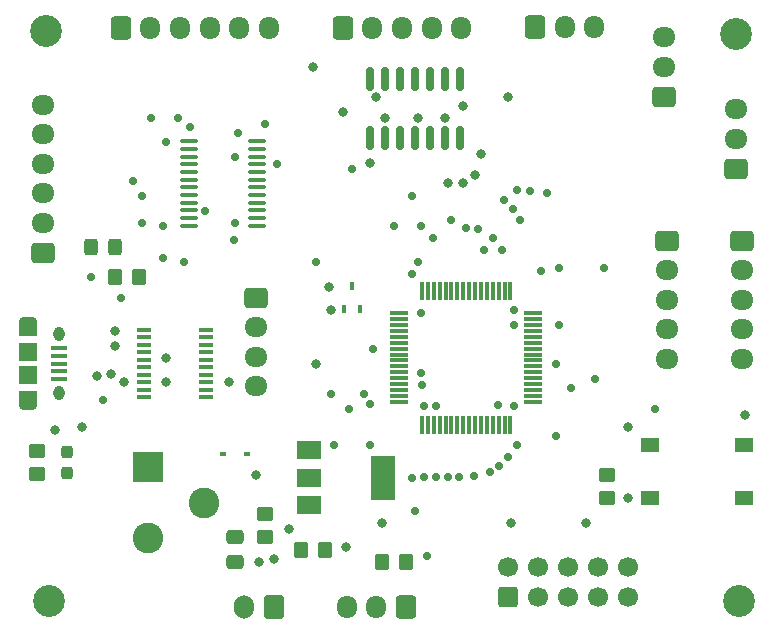
<source format=gts>
%TF.GenerationSoftware,KiCad,Pcbnew,(6.0.1)*%
%TF.CreationDate,2023-10-20T14:42:09-04:00*%
%TF.ProjectId,MainMicro,4d61696e-4d69-4637-926f-2e6b69636164,rev?*%
%TF.SameCoordinates,Original*%
%TF.FileFunction,Soldermask,Top*%
%TF.FilePolarity,Negative*%
%FSLAX46Y46*%
G04 Gerber Fmt 4.6, Leading zero omitted, Abs format (unit mm)*
G04 Created by KiCad (PCBNEW (6.0.1)) date 2023-10-20 14:42:09*
%MOMM*%
%LPD*%
G01*
G04 APERTURE LIST*
G04 Aperture macros list*
%AMRoundRect*
0 Rectangle with rounded corners*
0 $1 Rounding radius*
0 $2 $3 $4 $5 $6 $7 $8 $9 X,Y pos of 4 corners*
0 Add a 4 corners polygon primitive as box body*
4,1,4,$2,$3,$4,$5,$6,$7,$8,$9,$2,$3,0*
0 Add four circle primitives for the rounded corners*
1,1,$1+$1,$2,$3*
1,1,$1+$1,$4,$5*
1,1,$1+$1,$6,$7*
1,1,$1+$1,$8,$9*
0 Add four rect primitives between the rounded corners*
20,1,$1+$1,$2,$3,$4,$5,0*
20,1,$1+$1,$4,$5,$6,$7,0*
20,1,$1+$1,$6,$7,$8,$9,0*
20,1,$1+$1,$8,$9,$2,$3,0*%
G04 Aperture macros list end*
%ADD10RoundRect,0.250000X-0.725000X0.600000X-0.725000X-0.600000X0.725000X-0.600000X0.725000X0.600000X0*%
%ADD11O,1.950000X1.700000*%
%ADD12RoundRect,0.237500X0.237500X-0.287500X0.237500X0.287500X-0.237500X0.287500X-0.237500X-0.287500X0*%
%ADD13RoundRect,0.075000X-0.700000X-0.075000X0.700000X-0.075000X0.700000X0.075000X-0.700000X0.075000X0*%
%ADD14RoundRect,0.075000X-0.075000X-0.700000X0.075000X-0.700000X0.075000X0.700000X-0.075000X0.700000X0*%
%ADD15RoundRect,0.250000X-0.450000X0.350000X-0.450000X-0.350000X0.450000X-0.350000X0.450000X0.350000X0*%
%ADD16RoundRect,0.250000X0.725000X-0.600000X0.725000X0.600000X-0.725000X0.600000X-0.725000X-0.600000X0*%
%ADD17R,1.550000X1.300000*%
%ADD18C,2.700000*%
%ADD19R,0.600000X0.450000*%
%ADD20RoundRect,0.250000X-0.600000X-0.725000X0.600000X-0.725000X0.600000X0.725000X-0.600000X0.725000X0*%
%ADD21O,1.700000X1.950000*%
%ADD22RoundRect,0.250000X0.350000X0.450000X-0.350000X0.450000X-0.350000X-0.450000X0.350000X-0.450000X0*%
%ADD23R,2.000000X1.500000*%
%ADD24R,2.000000X3.800000*%
%ADD25RoundRect,0.250000X-0.475000X0.337500X-0.475000X-0.337500X0.475000X-0.337500X0.475000X0.337500X0*%
%ADD26RoundRect,0.250000X-0.350000X-0.450000X0.350000X-0.450000X0.350000X0.450000X-0.350000X0.450000X0*%
%ADD27RoundRect,0.250000X0.600000X0.750000X-0.600000X0.750000X-0.600000X-0.750000X0.600000X-0.750000X0*%
%ADD28O,1.700000X2.000000*%
%ADD29RoundRect,0.250000X0.600000X-0.600000X0.600000X0.600000X-0.600000X0.600000X-0.600000X-0.600000X0*%
%ADD30C,1.700000*%
%ADD31RoundRect,0.250000X0.450000X-0.350000X0.450000X0.350000X-0.450000X0.350000X-0.450000X-0.350000X0*%
%ADD32R,1.350000X0.400000*%
%ADD33R,1.550000X1.500000*%
%ADD34O,1.550000X0.890000*%
%ADD35R,1.550000X1.200000*%
%ADD36O,0.950000X1.250000*%
%ADD37R,2.600000X2.600000*%
%ADD38C,2.600000*%
%ADD39RoundRect,0.100000X0.637500X0.100000X-0.637500X0.100000X-0.637500X-0.100000X0.637500X-0.100000X0*%
%ADD40RoundRect,0.250000X-0.325000X-0.450000X0.325000X-0.450000X0.325000X0.450000X-0.325000X0.450000X0*%
%ADD41RoundRect,0.250000X0.600000X0.725000X-0.600000X0.725000X-0.600000X-0.725000X0.600000X-0.725000X0*%
%ADD42R,0.450000X0.700000*%
%ADD43R,1.200000X0.400000*%
%ADD44RoundRect,0.150000X0.150000X-0.825000X0.150000X0.825000X-0.150000X0.825000X-0.150000X-0.825000X0*%
%ADD45C,0.800000*%
%ADD46C,0.700000*%
G04 APERTURE END LIST*
D10*
X202992000Y-86868000D03*
D11*
X202992000Y-89368000D03*
X202992000Y-91868000D03*
X202992000Y-94368000D03*
X202992000Y-96868000D03*
D12*
X152146000Y-106539000D03*
X152146000Y-104789000D03*
D13*
X180274500Y-93024000D03*
X180274500Y-93524000D03*
X180274500Y-94024000D03*
X180274500Y-94524000D03*
X180274500Y-95024000D03*
X180274500Y-95524000D03*
X180274500Y-96024000D03*
X180274500Y-96524000D03*
X180274500Y-97024000D03*
X180274500Y-97524000D03*
X180274500Y-98024000D03*
X180274500Y-98524000D03*
X180274500Y-99024000D03*
X180274500Y-99524000D03*
X180274500Y-100024000D03*
X180274500Y-100524000D03*
D14*
X182199500Y-102449000D03*
X182699500Y-102449000D03*
X183199500Y-102449000D03*
X183699500Y-102449000D03*
X184199500Y-102449000D03*
X184699500Y-102449000D03*
X185199500Y-102449000D03*
X185699500Y-102449000D03*
X186199500Y-102449000D03*
X186699500Y-102449000D03*
X187199500Y-102449000D03*
X187699500Y-102449000D03*
X188199500Y-102449000D03*
X188699500Y-102449000D03*
X189199500Y-102449000D03*
X189699500Y-102449000D03*
D13*
X191624500Y-100524000D03*
X191624500Y-100024000D03*
X191624500Y-99524000D03*
X191624500Y-99024000D03*
X191624500Y-98524000D03*
X191624500Y-98024000D03*
X191624500Y-97524000D03*
X191624500Y-97024000D03*
X191624500Y-96524000D03*
X191624500Y-96024000D03*
X191624500Y-95524000D03*
X191624500Y-95024000D03*
X191624500Y-94524000D03*
X191624500Y-94024000D03*
X191624500Y-93524000D03*
X191624500Y-93024000D03*
D14*
X189699500Y-91099000D03*
X189199500Y-91099000D03*
X188699500Y-91099000D03*
X188199500Y-91099000D03*
X187699500Y-91099000D03*
X187199500Y-91099000D03*
X186699500Y-91099000D03*
X186199500Y-91099000D03*
X185699500Y-91099000D03*
X185199500Y-91099000D03*
X184699500Y-91099000D03*
X184199500Y-91099000D03*
X183699500Y-91099000D03*
X183199500Y-91099000D03*
X182699500Y-91099000D03*
X182199500Y-91099000D03*
D15*
X197866000Y-106696000D03*
X197866000Y-108696000D03*
D16*
X208788000Y-80772000D03*
D11*
X208788000Y-78272000D03*
X208788000Y-75772000D03*
D17*
X209466000Y-104176000D03*
X201506000Y-104176000D03*
X201506000Y-108676000D03*
X209466000Y-108676000D03*
D18*
X208788000Y-69342000D03*
D16*
X202692000Y-74676000D03*
D11*
X202692000Y-72176000D03*
X202692000Y-69676000D03*
D19*
X167420000Y-104902000D03*
X165320000Y-104902000D03*
D20*
X191810000Y-68788000D03*
D21*
X194310000Y-68788000D03*
X196810000Y-68788000D03*
D22*
X180832000Y-114046000D03*
X178832000Y-114046000D03*
X158226000Y-89916000D03*
X156226000Y-89916000D03*
D10*
X168148000Y-91694000D03*
D11*
X168148000Y-94194000D03*
X168148000Y-96694000D03*
X168148000Y-99194000D03*
D23*
X172618000Y-104634000D03*
D24*
X178918000Y-106934000D03*
D23*
X172618000Y-106934000D03*
X172618000Y-109234000D03*
D25*
X166370000Y-111992500D03*
X166370000Y-114067500D03*
D20*
X156718000Y-68834000D03*
D21*
X159218000Y-68834000D03*
X161718000Y-68834000D03*
X164218000Y-68834000D03*
X166718000Y-68834000D03*
X169218000Y-68834000D03*
D26*
X171974000Y-113030000D03*
X173974000Y-113030000D03*
D27*
X169652000Y-117902000D03*
D28*
X167152000Y-117902000D03*
D18*
X150622000Y-117348000D03*
D20*
X175514000Y-68834000D03*
D21*
X178014000Y-68834000D03*
X180514000Y-68834000D03*
X183014000Y-68834000D03*
X185514000Y-68834000D03*
D29*
X189495000Y-117065000D03*
D30*
X189495000Y-114525000D03*
X192035000Y-117065000D03*
X192035000Y-114525000D03*
X194575000Y-117065000D03*
X194575000Y-114525000D03*
X197115000Y-117065000D03*
X197115000Y-114525000D03*
X199655000Y-117065000D03*
X199655000Y-114525000D03*
D31*
X149606000Y-106664000D03*
X149606000Y-104664000D03*
D15*
X168910000Y-109998000D03*
X168910000Y-111998000D03*
D32*
X151514000Y-95982000D03*
X151514000Y-96632000D03*
X151514000Y-97282000D03*
X151514000Y-97932000D03*
X151514000Y-98582000D03*
D33*
X148814000Y-98282000D03*
D34*
X148814000Y-100782000D03*
D35*
X148814000Y-94382000D03*
X148814000Y-100182000D03*
D36*
X151514000Y-94782000D03*
D34*
X148814000Y-93782000D03*
D36*
X151514000Y-99782000D03*
D33*
X148814000Y-96282000D03*
D10*
X209296000Y-86868000D03*
D11*
X209296000Y-89368000D03*
X209296000Y-91868000D03*
X209296000Y-94368000D03*
X209296000Y-96868000D03*
D37*
X159016000Y-106068000D03*
D38*
X159016000Y-112068000D03*
X163716000Y-109068000D03*
D39*
X168216500Y-85617000D03*
X168216500Y-84967000D03*
X168216500Y-84317000D03*
X168216500Y-83667000D03*
X168216500Y-83017000D03*
X168216500Y-82367000D03*
X168216500Y-81717000D03*
X168216500Y-81067000D03*
X168216500Y-80417000D03*
X168216500Y-79767000D03*
X168216500Y-79117000D03*
X168216500Y-78467000D03*
X162491500Y-78467000D03*
X162491500Y-79117000D03*
X162491500Y-79767000D03*
X162491500Y-80417000D03*
X162491500Y-81067000D03*
X162491500Y-81717000D03*
X162491500Y-82367000D03*
X162491500Y-83017000D03*
X162491500Y-83667000D03*
X162491500Y-84317000D03*
X162491500Y-84967000D03*
X162491500Y-85617000D03*
D40*
X154169000Y-87376000D03*
X156219000Y-87376000D03*
D41*
X180848000Y-117902000D03*
D21*
X178348000Y-117902000D03*
X175848000Y-117902000D03*
D42*
X175626000Y-92694000D03*
X176926000Y-92694000D03*
X176276000Y-90694000D03*
D18*
X209042000Y-117348000D03*
D16*
X150114000Y-87884000D03*
D11*
X150114000Y-85384000D03*
X150114000Y-82884000D03*
X150114000Y-80384000D03*
X150114000Y-77884000D03*
X150114000Y-75384000D03*
D43*
X163890000Y-100139500D03*
X163890000Y-99504500D03*
X163890000Y-98869500D03*
X163890000Y-98234500D03*
X163890000Y-97599500D03*
X163890000Y-96964500D03*
X163890000Y-96329500D03*
X163890000Y-95694500D03*
X163890000Y-95059500D03*
X163890000Y-94424500D03*
X158690000Y-94424500D03*
X158690000Y-95059500D03*
X158690000Y-95694500D03*
X158690000Y-96329500D03*
X158690000Y-96964500D03*
X158690000Y-97599500D03*
X158690000Y-98234500D03*
X158690000Y-98869500D03*
X158690000Y-99504500D03*
X158690000Y-100139500D03*
D18*
X150368000Y-69088000D03*
D44*
X177800000Y-78167000D03*
X179070000Y-78167000D03*
X180340000Y-78167000D03*
X181610000Y-78167000D03*
X182880000Y-78167000D03*
X184150000Y-78167000D03*
X185420000Y-78167000D03*
X185420000Y-73217000D03*
X184150000Y-73217000D03*
X182880000Y-73217000D03*
X181610000Y-73217000D03*
X180340000Y-73217000D03*
X179070000Y-73217000D03*
X177800000Y-73217000D03*
D45*
X174349023Y-90826977D03*
X174498000Y-92710000D03*
D46*
X163830000Y-84328000D03*
X160274000Y-85598000D03*
D45*
X178308000Y-74676000D03*
D46*
X160274000Y-88367000D03*
D45*
X168148000Y-106680000D03*
X172974000Y-72136000D03*
X153416000Y-102616000D03*
X160549977Y-96795977D03*
D46*
X166624000Y-77724000D03*
X181864000Y-88646000D03*
D45*
X151130000Y-102870000D03*
X184150000Y-76454000D03*
D46*
X182139500Y-98044000D03*
X166370000Y-79756000D03*
X169926000Y-80367500D03*
D45*
X189738000Y-110744000D03*
D46*
X154178000Y-89916000D03*
D45*
X196088000Y-110744000D03*
D46*
X182393500Y-100838000D03*
D45*
X209550000Y-101600000D03*
D46*
X160528000Y-78486000D03*
D45*
X181864000Y-76454000D03*
X168402000Y-114046000D03*
D46*
X188650000Y-100825000D03*
X174752000Y-104140000D03*
D45*
X199644000Y-102616000D03*
D46*
X168910000Y-76962000D03*
X190013500Y-93980000D03*
D45*
X178816000Y-110744000D03*
D46*
X183409500Y-100838000D03*
X193802000Y-89154000D03*
X156718000Y-91694000D03*
X177800000Y-104140000D03*
X181356000Y-106934000D03*
D45*
X179070000Y-76454000D03*
X177800000Y-80264000D03*
D46*
X181356000Y-89662000D03*
X162052000Y-88646000D03*
X190013500Y-100838000D03*
X190013500Y-92710000D03*
X166370000Y-85344000D03*
D45*
X187198000Y-79502000D03*
D46*
X197612000Y-89154000D03*
D45*
X170942000Y-111252000D03*
D46*
X182139500Y-92964000D03*
X155194000Y-100330000D03*
X166325000Y-86825000D03*
X181610000Y-109728000D03*
X178054000Y-96012000D03*
D45*
X199608000Y-108676000D03*
D46*
X173228000Y-88646000D03*
X182175000Y-99075000D03*
D45*
X156972000Y-98806000D03*
X160528000Y-98806000D03*
D46*
X193802000Y-93980000D03*
X194818000Y-99314000D03*
X193548000Y-103378000D03*
X192278000Y-89408000D03*
D45*
X184404000Y-82008971D03*
D46*
X184658000Y-85090000D03*
D45*
X185674000Y-75438000D03*
D46*
X186944000Y-85852000D03*
D45*
X186690000Y-81280000D03*
D46*
X192786000Y-82804000D03*
X190500000Y-85090000D03*
X189878378Y-84187622D03*
X191375622Y-82690378D03*
X181356000Y-83058000D03*
X182118000Y-85666500D03*
X190246000Y-82550000D03*
X189116378Y-83457971D03*
X179832000Y-85666500D03*
X176276000Y-80772000D03*
X183134000Y-86614000D03*
X174519500Y-99822000D03*
D45*
X165862000Y-98806000D03*
D46*
X177292000Y-99822000D03*
X176022000Y-101092000D03*
X177800000Y-100723500D03*
D45*
X173228000Y-97282000D03*
D46*
X158496000Y-85344000D03*
D45*
X155863312Y-98136688D03*
X156210000Y-95758000D03*
X154686000Y-98298000D03*
X156210000Y-94488000D03*
D46*
X196850000Y-98552000D03*
X201930000Y-101092000D03*
X182626000Y-113538000D03*
X193548000Y-97282000D03*
X188976000Y-87630000D03*
X188214000Y-86614000D03*
X187452000Y-87630000D03*
X158496000Y-83058000D03*
X157734000Y-81788000D03*
X159258000Y-76454000D03*
X161544000Y-76454000D03*
X162560000Y-77216000D03*
X183388000Y-106896500D03*
X184404000Y-106896500D03*
X185303503Y-106896500D03*
X186595128Y-106801628D03*
X187960000Y-106426000D03*
X188722000Y-105918000D03*
X189484000Y-105156000D03*
X190246000Y-104140000D03*
D45*
X189484000Y-74676000D03*
X175514000Y-75946000D03*
X185674000Y-82008971D03*
D46*
X185928000Y-85789500D03*
D45*
X169672000Y-113792000D03*
X175768000Y-112776000D03*
D46*
X182372000Y-106896500D03*
M02*

</source>
